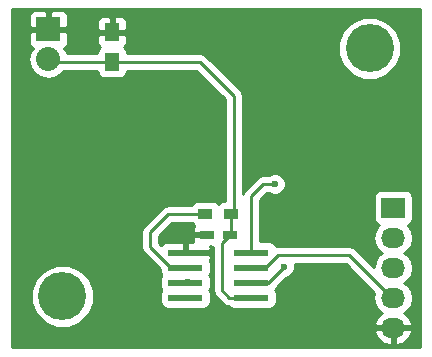
<source format=gbl>
G04 #@! TF.FileFunction,Copper,L2,Bot,Signal*
%FSLAX46Y46*%
G04 Gerber Fmt 4.6, Leading zero omitted, Abs format (unit mm)*
G04 Created by KiCad (PCBNEW (2015-10-28 BZR 6285)-product) date Saturday, November 07, 2015 'PMt' 07:34:48 PM*
%MOMM*%
G01*
G04 APERTURE LIST*
%ADD10C,0.100000*%
%ADD11R,1.250000X1.500000*%
%ADD12R,1.200000X0.750000*%
%ADD13R,3.000000X0.599440*%
%ADD14R,2.032000X1.727200*%
%ADD15O,2.032000X1.727200*%
%ADD16R,1.200000X0.900000*%
%ADD17C,4.064000*%
%ADD18R,2.032000X2.032000*%
%ADD19O,2.032000X2.032000*%
%ADD20C,0.600000*%
%ADD21C,0.250000*%
%ADD22C,0.254000*%
G04 APERTURE END LIST*
D10*
D11*
X109200000Y-105150000D03*
X109200000Y-102650000D03*
D12*
X119150000Y-119800000D03*
X117250000Y-119800000D03*
D13*
X115406000Y-125105000D03*
X115406000Y-123835000D03*
X115406000Y-122565000D03*
X115406000Y-121295000D03*
X120994000Y-121295000D03*
X120994000Y-122565000D03*
X120994000Y-123835000D03*
X120994000Y-125105000D03*
D14*
X133000000Y-117500000D03*
D15*
X133000000Y-120040000D03*
X133000000Y-122580000D03*
X133000000Y-125120000D03*
X133000000Y-127660000D03*
D16*
X119300000Y-118000000D03*
X117100000Y-118000000D03*
D17*
X131000000Y-104000000D03*
X105000000Y-125000000D03*
D18*
X103800000Y-102400000D03*
D19*
X103800000Y-104940000D03*
D20*
X109200000Y-102650000D03*
X121000000Y-115200000D03*
X113000000Y-114950000D03*
X117250000Y-119800000D03*
X115406000Y-121295000D03*
X115600000Y-123800000D03*
X117000000Y-118000000D03*
X123000000Y-115500000D03*
X123750000Y-122500000D03*
D21*
X119150000Y-119800000D02*
X119150000Y-119850000D01*
X119150000Y-119850000D02*
X118500000Y-120500000D01*
X119105000Y-125105000D02*
X120994000Y-125105000D01*
X118500000Y-124500000D02*
X119105000Y-125105000D01*
X118500000Y-120500000D02*
X118500000Y-124500000D01*
X119300000Y-118000000D02*
X119300000Y-119650000D01*
X119300000Y-119650000D02*
X119150000Y-119800000D01*
X109200000Y-105150000D02*
X116650000Y-105150000D01*
X119500000Y-108000000D02*
X119500000Y-117800000D01*
X116650000Y-105150000D02*
X119500000Y-108000000D01*
X119500000Y-117800000D02*
X119300000Y-118000000D01*
X103900000Y-105140000D02*
X109190000Y-105140000D01*
X109190000Y-105140000D02*
X109200000Y-105150000D01*
X113000000Y-114950000D02*
X113000000Y-115000000D01*
X115600000Y-123800000D02*
X115506000Y-123885000D01*
X115406000Y-122565000D02*
X114183000Y-122565000D01*
X114183000Y-122565000D02*
X112446000Y-120828000D01*
X113970000Y-118034000D02*
X117066000Y-118034000D01*
X112446000Y-119558000D02*
X113970000Y-118034000D01*
X112446000Y-120828000D02*
X112446000Y-119558000D01*
X117066000Y-118034000D02*
X117100000Y-118000000D01*
X115406000Y-122565000D02*
X114065000Y-122565000D01*
X117000000Y-118000000D02*
X117100000Y-118000000D01*
X120994000Y-121295000D02*
X120994000Y-116506000D01*
X122000000Y-115500000D02*
X123000000Y-115500000D01*
X120994000Y-116506000D02*
X122000000Y-115500000D01*
X120994000Y-122565000D02*
X122185000Y-122565000D01*
X129280000Y-121500000D02*
X132900000Y-125120000D01*
X123250000Y-121500000D02*
X129280000Y-121500000D01*
X122185000Y-122565000D02*
X123250000Y-121500000D01*
X122415000Y-123835000D02*
X120994000Y-123835000D01*
X123750000Y-122500000D02*
X122415000Y-123835000D01*
D22*
G36*
X135290000Y-129290000D02*
X100710000Y-129290000D01*
X100710000Y-128019026D01*
X131392642Y-128019026D01*
X131395291Y-128034791D01*
X131649268Y-128562036D01*
X132085680Y-128951954D01*
X132638087Y-129145184D01*
X132873000Y-129000924D01*
X132873000Y-127787000D01*
X133127000Y-127787000D01*
X133127000Y-129000924D01*
X133361913Y-129145184D01*
X133914320Y-128951954D01*
X134350732Y-128562036D01*
X134604709Y-128034791D01*
X134607358Y-128019026D01*
X134486217Y-127787000D01*
X133127000Y-127787000D01*
X132873000Y-127787000D01*
X131513783Y-127787000D01*
X131392642Y-128019026D01*
X100710000Y-128019026D01*
X100710000Y-125528172D01*
X102332538Y-125528172D01*
X102737709Y-126508761D01*
X103487293Y-127259655D01*
X104467173Y-127666536D01*
X105528172Y-127667462D01*
X106508761Y-127262291D01*
X107259655Y-126512707D01*
X107666536Y-125532827D01*
X107667462Y-124471828D01*
X107262291Y-123491239D01*
X106512707Y-122740345D01*
X105532827Y-122333464D01*
X104471828Y-122332538D01*
X103491239Y-122737709D01*
X102740345Y-123487293D01*
X102333464Y-124467173D01*
X102332538Y-125528172D01*
X100710000Y-125528172D01*
X100710000Y-104940000D01*
X102116655Y-104940000D01*
X102242330Y-105571810D01*
X102600222Y-106107433D01*
X103135845Y-106465325D01*
X103767655Y-106591000D01*
X103832345Y-106591000D01*
X104464155Y-106465325D01*
X104999778Y-106107433D01*
X105138380Y-105900000D01*
X107927560Y-105900000D01*
X107971838Y-106135317D01*
X108110910Y-106351441D01*
X108323110Y-106496431D01*
X108575000Y-106547440D01*
X109825000Y-106547440D01*
X110060317Y-106503162D01*
X110276441Y-106364090D01*
X110421431Y-106151890D01*
X110470415Y-105910000D01*
X116335198Y-105910000D01*
X118740000Y-108314802D01*
X118740000Y-116902560D01*
X118700000Y-116902560D01*
X118464683Y-116946838D01*
X118248559Y-117085910D01*
X118200866Y-117155711D01*
X118164090Y-117098559D01*
X117951890Y-116953569D01*
X117700000Y-116902560D01*
X116500000Y-116902560D01*
X116264683Y-116946838D01*
X116048559Y-117085910D01*
X115920043Y-117274000D01*
X113970000Y-117274000D01*
X113765475Y-117314683D01*
X113679160Y-117331852D01*
X113432599Y-117496599D01*
X111908599Y-119020599D01*
X111743852Y-119267161D01*
X111686000Y-119558000D01*
X111686000Y-120828000D01*
X111743852Y-121118839D01*
X111908599Y-121365401D01*
X113258560Y-122715362D01*
X113258560Y-122864720D01*
X113302838Y-123100037D01*
X113366864Y-123199536D01*
X113309569Y-123283390D01*
X113258560Y-123535280D01*
X113258560Y-124134720D01*
X113302838Y-124370037D01*
X113366864Y-124469536D01*
X113309569Y-124553390D01*
X113258560Y-124805280D01*
X113258560Y-125404720D01*
X113302838Y-125640037D01*
X113441910Y-125856161D01*
X113654110Y-126001151D01*
X113906000Y-126052160D01*
X116906000Y-126052160D01*
X117141317Y-126007882D01*
X117357441Y-125868810D01*
X117502431Y-125656610D01*
X117553440Y-125404720D01*
X117553440Y-124805280D01*
X117509162Y-124569963D01*
X117445136Y-124470464D01*
X117502431Y-124386610D01*
X117553440Y-124134720D01*
X117553440Y-123535280D01*
X117509162Y-123299963D01*
X117445136Y-123200464D01*
X117502431Y-123116610D01*
X117553440Y-122864720D01*
X117553440Y-122265280D01*
X117509162Y-122029963D01*
X117450680Y-121939080D01*
X117541000Y-121721029D01*
X117541000Y-121580750D01*
X117382250Y-121422000D01*
X115533000Y-121422000D01*
X115533000Y-121442000D01*
X115279000Y-121442000D01*
X115279000Y-121422000D01*
X115259000Y-121422000D01*
X115259000Y-121168000D01*
X115279000Y-121168000D01*
X115279000Y-120519030D01*
X115120250Y-120360280D01*
X113779690Y-120360280D01*
X113546301Y-120456953D01*
X113367673Y-120635582D01*
X113356166Y-120663364D01*
X113206000Y-120513198D01*
X113206000Y-119872802D01*
X114284802Y-118794000D01*
X115966774Y-118794000D01*
X116035910Y-118901441D01*
X116178266Y-118998709D01*
X116111673Y-119065301D01*
X116015000Y-119298690D01*
X116015000Y-119514250D01*
X116173750Y-119673000D01*
X117123000Y-119673000D01*
X117123000Y-119653000D01*
X117377000Y-119653000D01*
X117377000Y-119673000D01*
X117397000Y-119673000D01*
X117397000Y-119927000D01*
X117377000Y-119927000D01*
X117377000Y-119947000D01*
X117123000Y-119947000D01*
X117123000Y-119927000D01*
X116173750Y-119927000D01*
X116015000Y-120085750D01*
X116015000Y-120301310D01*
X116039426Y-120360280D01*
X115691750Y-120360280D01*
X115533000Y-120519030D01*
X115533000Y-121168000D01*
X117382250Y-121168000D01*
X117541000Y-121009250D01*
X117541000Y-120868971D01*
X117503013Y-120777263D01*
X117535750Y-120810000D01*
X117740000Y-120810000D01*
X117740000Y-124500000D01*
X117797852Y-124790839D01*
X117962599Y-125037401D01*
X118567599Y-125642401D01*
X118814160Y-125807148D01*
X119025410Y-125849169D01*
X119029910Y-125856161D01*
X119242110Y-126001151D01*
X119494000Y-126052160D01*
X122494000Y-126052160D01*
X122729317Y-126007882D01*
X122945441Y-125868810D01*
X123090431Y-125656610D01*
X123141440Y-125404720D01*
X123141440Y-124805280D01*
X123097162Y-124569963D01*
X123033136Y-124470464D01*
X123090431Y-124386610D01*
X123129089Y-124195713D01*
X123889680Y-123435122D01*
X123935167Y-123435162D01*
X124278943Y-123293117D01*
X124542192Y-123030327D01*
X124684838Y-122686799D01*
X124685162Y-122314833D01*
X124662506Y-122260000D01*
X128965198Y-122260000D01*
X131401028Y-124695830D01*
X131316655Y-125120000D01*
X131430729Y-125693489D01*
X131755585Y-126179670D01*
X132065069Y-126386461D01*
X131649268Y-126757964D01*
X131395291Y-127285209D01*
X131392642Y-127300974D01*
X131513783Y-127533000D01*
X132873000Y-127533000D01*
X132873000Y-127513000D01*
X133127000Y-127513000D01*
X133127000Y-127533000D01*
X134486217Y-127533000D01*
X134607358Y-127300974D01*
X134604709Y-127285209D01*
X134350732Y-126757964D01*
X133934931Y-126386461D01*
X134244415Y-126179670D01*
X134569271Y-125693489D01*
X134683345Y-125120000D01*
X134569271Y-124546511D01*
X134244415Y-124060330D01*
X133929634Y-123850000D01*
X134244415Y-123639670D01*
X134569271Y-123153489D01*
X134683345Y-122580000D01*
X134569271Y-122006511D01*
X134244415Y-121520330D01*
X133929634Y-121310000D01*
X134244415Y-121099670D01*
X134569271Y-120613489D01*
X134683345Y-120040000D01*
X134569271Y-119466511D01*
X134244415Y-118980330D01*
X134230087Y-118970757D01*
X134251317Y-118966762D01*
X134467441Y-118827690D01*
X134612431Y-118615490D01*
X134663440Y-118363600D01*
X134663440Y-116636400D01*
X134619162Y-116401083D01*
X134480090Y-116184959D01*
X134267890Y-116039969D01*
X134016000Y-115988960D01*
X131984000Y-115988960D01*
X131748683Y-116033238D01*
X131532559Y-116172310D01*
X131387569Y-116384510D01*
X131336560Y-116636400D01*
X131336560Y-118363600D01*
X131380838Y-118598917D01*
X131519910Y-118815041D01*
X131732110Y-118960031D01*
X131773439Y-118968400D01*
X131755585Y-118980330D01*
X131430729Y-119466511D01*
X131316655Y-120040000D01*
X131430729Y-120613489D01*
X131755585Y-121099670D01*
X132070366Y-121310000D01*
X131755585Y-121520330D01*
X131430729Y-122006511D01*
X131336257Y-122481455D01*
X129817401Y-120962599D01*
X129570839Y-120797852D01*
X129280000Y-120740000D01*
X123250000Y-120740000D01*
X123099055Y-120770025D01*
X123097162Y-120759963D01*
X122958090Y-120543839D01*
X122745890Y-120398849D01*
X122494000Y-120347840D01*
X121754000Y-120347840D01*
X121754000Y-116820802D01*
X122314802Y-116260000D01*
X122437537Y-116260000D01*
X122469673Y-116292192D01*
X122813201Y-116434838D01*
X123185167Y-116435162D01*
X123528943Y-116293117D01*
X123792192Y-116030327D01*
X123934838Y-115686799D01*
X123935162Y-115314833D01*
X123793117Y-114971057D01*
X123530327Y-114707808D01*
X123186799Y-114565162D01*
X122814833Y-114564838D01*
X122471057Y-114706883D01*
X122437882Y-114740000D01*
X122000000Y-114740000D01*
X121709161Y-114797852D01*
X121462599Y-114962599D01*
X120456599Y-115968599D01*
X120291852Y-116215161D01*
X120260000Y-116375290D01*
X120260000Y-108000000D01*
X120202148Y-107709161D01*
X120037401Y-107462599D01*
X117187401Y-104612599D01*
X117061047Y-104528172D01*
X128332538Y-104528172D01*
X128737709Y-105508761D01*
X129487293Y-106259655D01*
X130467173Y-106666536D01*
X131528172Y-106667462D01*
X132508761Y-106262291D01*
X133259655Y-105512707D01*
X133666536Y-104532827D01*
X133667462Y-103471828D01*
X133262291Y-102491239D01*
X132512707Y-101740345D01*
X131532827Y-101333464D01*
X130471828Y-101332538D01*
X129491239Y-101737709D01*
X128740345Y-102487293D01*
X128333464Y-103467173D01*
X128332538Y-104528172D01*
X117061047Y-104528172D01*
X116940839Y-104447852D01*
X116650000Y-104390000D01*
X110470558Y-104390000D01*
X110428162Y-104164683D01*
X110289090Y-103948559D01*
X110220994Y-103902031D01*
X110363327Y-103759698D01*
X110460000Y-103526309D01*
X110460000Y-102935750D01*
X110301250Y-102777000D01*
X109327000Y-102777000D01*
X109327000Y-102797000D01*
X109073000Y-102797000D01*
X109073000Y-102777000D01*
X108098750Y-102777000D01*
X107940000Y-102935750D01*
X107940000Y-103526309D01*
X108036673Y-103759698D01*
X108177910Y-103900936D01*
X108123559Y-103935910D01*
X107978569Y-104148110D01*
X107931610Y-104380000D01*
X105371954Y-104380000D01*
X105357670Y-104308190D01*
X105133034Y-103971999D01*
X105175698Y-103954327D01*
X105354327Y-103775699D01*
X105451000Y-103542310D01*
X105451000Y-102685750D01*
X105292250Y-102527000D01*
X103927000Y-102527000D01*
X103927000Y-102547000D01*
X103673000Y-102547000D01*
X103673000Y-102527000D01*
X102307750Y-102527000D01*
X102149000Y-102685750D01*
X102149000Y-103542310D01*
X102245673Y-103775699D01*
X102424302Y-103954327D01*
X102466966Y-103971999D01*
X102242330Y-104308190D01*
X102116655Y-104940000D01*
X100710000Y-104940000D01*
X100710000Y-101257690D01*
X102149000Y-101257690D01*
X102149000Y-102114250D01*
X102307750Y-102273000D01*
X103673000Y-102273000D01*
X103673000Y-100907750D01*
X103927000Y-100907750D01*
X103927000Y-102273000D01*
X105292250Y-102273000D01*
X105451000Y-102114250D01*
X105451000Y-101773691D01*
X107940000Y-101773691D01*
X107940000Y-102364250D01*
X108098750Y-102523000D01*
X109073000Y-102523000D01*
X109073000Y-101423750D01*
X109327000Y-101423750D01*
X109327000Y-102523000D01*
X110301250Y-102523000D01*
X110460000Y-102364250D01*
X110460000Y-101773691D01*
X110363327Y-101540302D01*
X110184699Y-101361673D01*
X109951310Y-101265000D01*
X109485750Y-101265000D01*
X109327000Y-101423750D01*
X109073000Y-101423750D01*
X108914250Y-101265000D01*
X108448690Y-101265000D01*
X108215301Y-101361673D01*
X108036673Y-101540302D01*
X107940000Y-101773691D01*
X105451000Y-101773691D01*
X105451000Y-101257690D01*
X105354327Y-101024301D01*
X105175698Y-100845673D01*
X104942309Y-100749000D01*
X104085750Y-100749000D01*
X103927000Y-100907750D01*
X103673000Y-100907750D01*
X103514250Y-100749000D01*
X102657691Y-100749000D01*
X102424302Y-100845673D01*
X102245673Y-101024301D01*
X102149000Y-101257690D01*
X100710000Y-101257690D01*
X100710000Y-100710000D01*
X135290000Y-100710000D01*
X135290000Y-129290000D01*
X135290000Y-129290000D01*
G37*
X135290000Y-129290000D02*
X100710000Y-129290000D01*
X100710000Y-128019026D01*
X131392642Y-128019026D01*
X131395291Y-128034791D01*
X131649268Y-128562036D01*
X132085680Y-128951954D01*
X132638087Y-129145184D01*
X132873000Y-129000924D01*
X132873000Y-127787000D01*
X133127000Y-127787000D01*
X133127000Y-129000924D01*
X133361913Y-129145184D01*
X133914320Y-128951954D01*
X134350732Y-128562036D01*
X134604709Y-128034791D01*
X134607358Y-128019026D01*
X134486217Y-127787000D01*
X133127000Y-127787000D01*
X132873000Y-127787000D01*
X131513783Y-127787000D01*
X131392642Y-128019026D01*
X100710000Y-128019026D01*
X100710000Y-125528172D01*
X102332538Y-125528172D01*
X102737709Y-126508761D01*
X103487293Y-127259655D01*
X104467173Y-127666536D01*
X105528172Y-127667462D01*
X106508761Y-127262291D01*
X107259655Y-126512707D01*
X107666536Y-125532827D01*
X107667462Y-124471828D01*
X107262291Y-123491239D01*
X106512707Y-122740345D01*
X105532827Y-122333464D01*
X104471828Y-122332538D01*
X103491239Y-122737709D01*
X102740345Y-123487293D01*
X102333464Y-124467173D01*
X102332538Y-125528172D01*
X100710000Y-125528172D01*
X100710000Y-104940000D01*
X102116655Y-104940000D01*
X102242330Y-105571810D01*
X102600222Y-106107433D01*
X103135845Y-106465325D01*
X103767655Y-106591000D01*
X103832345Y-106591000D01*
X104464155Y-106465325D01*
X104999778Y-106107433D01*
X105138380Y-105900000D01*
X107927560Y-105900000D01*
X107971838Y-106135317D01*
X108110910Y-106351441D01*
X108323110Y-106496431D01*
X108575000Y-106547440D01*
X109825000Y-106547440D01*
X110060317Y-106503162D01*
X110276441Y-106364090D01*
X110421431Y-106151890D01*
X110470415Y-105910000D01*
X116335198Y-105910000D01*
X118740000Y-108314802D01*
X118740000Y-116902560D01*
X118700000Y-116902560D01*
X118464683Y-116946838D01*
X118248559Y-117085910D01*
X118200866Y-117155711D01*
X118164090Y-117098559D01*
X117951890Y-116953569D01*
X117700000Y-116902560D01*
X116500000Y-116902560D01*
X116264683Y-116946838D01*
X116048559Y-117085910D01*
X115920043Y-117274000D01*
X113970000Y-117274000D01*
X113765475Y-117314683D01*
X113679160Y-117331852D01*
X113432599Y-117496599D01*
X111908599Y-119020599D01*
X111743852Y-119267161D01*
X111686000Y-119558000D01*
X111686000Y-120828000D01*
X111743852Y-121118839D01*
X111908599Y-121365401D01*
X113258560Y-122715362D01*
X113258560Y-122864720D01*
X113302838Y-123100037D01*
X113366864Y-123199536D01*
X113309569Y-123283390D01*
X113258560Y-123535280D01*
X113258560Y-124134720D01*
X113302838Y-124370037D01*
X113366864Y-124469536D01*
X113309569Y-124553390D01*
X113258560Y-124805280D01*
X113258560Y-125404720D01*
X113302838Y-125640037D01*
X113441910Y-125856161D01*
X113654110Y-126001151D01*
X113906000Y-126052160D01*
X116906000Y-126052160D01*
X117141317Y-126007882D01*
X117357441Y-125868810D01*
X117502431Y-125656610D01*
X117553440Y-125404720D01*
X117553440Y-124805280D01*
X117509162Y-124569963D01*
X117445136Y-124470464D01*
X117502431Y-124386610D01*
X117553440Y-124134720D01*
X117553440Y-123535280D01*
X117509162Y-123299963D01*
X117445136Y-123200464D01*
X117502431Y-123116610D01*
X117553440Y-122864720D01*
X117553440Y-122265280D01*
X117509162Y-122029963D01*
X117450680Y-121939080D01*
X117541000Y-121721029D01*
X117541000Y-121580750D01*
X117382250Y-121422000D01*
X115533000Y-121422000D01*
X115533000Y-121442000D01*
X115279000Y-121442000D01*
X115279000Y-121422000D01*
X115259000Y-121422000D01*
X115259000Y-121168000D01*
X115279000Y-121168000D01*
X115279000Y-120519030D01*
X115120250Y-120360280D01*
X113779690Y-120360280D01*
X113546301Y-120456953D01*
X113367673Y-120635582D01*
X113356166Y-120663364D01*
X113206000Y-120513198D01*
X113206000Y-119872802D01*
X114284802Y-118794000D01*
X115966774Y-118794000D01*
X116035910Y-118901441D01*
X116178266Y-118998709D01*
X116111673Y-119065301D01*
X116015000Y-119298690D01*
X116015000Y-119514250D01*
X116173750Y-119673000D01*
X117123000Y-119673000D01*
X117123000Y-119653000D01*
X117377000Y-119653000D01*
X117377000Y-119673000D01*
X117397000Y-119673000D01*
X117397000Y-119927000D01*
X117377000Y-119927000D01*
X117377000Y-119947000D01*
X117123000Y-119947000D01*
X117123000Y-119927000D01*
X116173750Y-119927000D01*
X116015000Y-120085750D01*
X116015000Y-120301310D01*
X116039426Y-120360280D01*
X115691750Y-120360280D01*
X115533000Y-120519030D01*
X115533000Y-121168000D01*
X117382250Y-121168000D01*
X117541000Y-121009250D01*
X117541000Y-120868971D01*
X117503013Y-120777263D01*
X117535750Y-120810000D01*
X117740000Y-120810000D01*
X117740000Y-124500000D01*
X117797852Y-124790839D01*
X117962599Y-125037401D01*
X118567599Y-125642401D01*
X118814160Y-125807148D01*
X119025410Y-125849169D01*
X119029910Y-125856161D01*
X119242110Y-126001151D01*
X119494000Y-126052160D01*
X122494000Y-126052160D01*
X122729317Y-126007882D01*
X122945441Y-125868810D01*
X123090431Y-125656610D01*
X123141440Y-125404720D01*
X123141440Y-124805280D01*
X123097162Y-124569963D01*
X123033136Y-124470464D01*
X123090431Y-124386610D01*
X123129089Y-124195713D01*
X123889680Y-123435122D01*
X123935167Y-123435162D01*
X124278943Y-123293117D01*
X124542192Y-123030327D01*
X124684838Y-122686799D01*
X124685162Y-122314833D01*
X124662506Y-122260000D01*
X128965198Y-122260000D01*
X131401028Y-124695830D01*
X131316655Y-125120000D01*
X131430729Y-125693489D01*
X131755585Y-126179670D01*
X132065069Y-126386461D01*
X131649268Y-126757964D01*
X131395291Y-127285209D01*
X131392642Y-127300974D01*
X131513783Y-127533000D01*
X132873000Y-127533000D01*
X132873000Y-127513000D01*
X133127000Y-127513000D01*
X133127000Y-127533000D01*
X134486217Y-127533000D01*
X134607358Y-127300974D01*
X134604709Y-127285209D01*
X134350732Y-126757964D01*
X133934931Y-126386461D01*
X134244415Y-126179670D01*
X134569271Y-125693489D01*
X134683345Y-125120000D01*
X134569271Y-124546511D01*
X134244415Y-124060330D01*
X133929634Y-123850000D01*
X134244415Y-123639670D01*
X134569271Y-123153489D01*
X134683345Y-122580000D01*
X134569271Y-122006511D01*
X134244415Y-121520330D01*
X133929634Y-121310000D01*
X134244415Y-121099670D01*
X134569271Y-120613489D01*
X134683345Y-120040000D01*
X134569271Y-119466511D01*
X134244415Y-118980330D01*
X134230087Y-118970757D01*
X134251317Y-118966762D01*
X134467441Y-118827690D01*
X134612431Y-118615490D01*
X134663440Y-118363600D01*
X134663440Y-116636400D01*
X134619162Y-116401083D01*
X134480090Y-116184959D01*
X134267890Y-116039969D01*
X134016000Y-115988960D01*
X131984000Y-115988960D01*
X131748683Y-116033238D01*
X131532559Y-116172310D01*
X131387569Y-116384510D01*
X131336560Y-116636400D01*
X131336560Y-118363600D01*
X131380838Y-118598917D01*
X131519910Y-118815041D01*
X131732110Y-118960031D01*
X131773439Y-118968400D01*
X131755585Y-118980330D01*
X131430729Y-119466511D01*
X131316655Y-120040000D01*
X131430729Y-120613489D01*
X131755585Y-121099670D01*
X132070366Y-121310000D01*
X131755585Y-121520330D01*
X131430729Y-122006511D01*
X131336257Y-122481455D01*
X129817401Y-120962599D01*
X129570839Y-120797852D01*
X129280000Y-120740000D01*
X123250000Y-120740000D01*
X123099055Y-120770025D01*
X123097162Y-120759963D01*
X122958090Y-120543839D01*
X122745890Y-120398849D01*
X122494000Y-120347840D01*
X121754000Y-120347840D01*
X121754000Y-116820802D01*
X122314802Y-116260000D01*
X122437537Y-116260000D01*
X122469673Y-116292192D01*
X122813201Y-116434838D01*
X123185167Y-116435162D01*
X123528943Y-116293117D01*
X123792192Y-116030327D01*
X123934838Y-115686799D01*
X123935162Y-115314833D01*
X123793117Y-114971057D01*
X123530327Y-114707808D01*
X123186799Y-114565162D01*
X122814833Y-114564838D01*
X122471057Y-114706883D01*
X122437882Y-114740000D01*
X122000000Y-114740000D01*
X121709161Y-114797852D01*
X121462599Y-114962599D01*
X120456599Y-115968599D01*
X120291852Y-116215161D01*
X120260000Y-116375290D01*
X120260000Y-108000000D01*
X120202148Y-107709161D01*
X120037401Y-107462599D01*
X117187401Y-104612599D01*
X117061047Y-104528172D01*
X128332538Y-104528172D01*
X128737709Y-105508761D01*
X129487293Y-106259655D01*
X130467173Y-106666536D01*
X131528172Y-106667462D01*
X132508761Y-106262291D01*
X133259655Y-105512707D01*
X133666536Y-104532827D01*
X133667462Y-103471828D01*
X133262291Y-102491239D01*
X132512707Y-101740345D01*
X131532827Y-101333464D01*
X130471828Y-101332538D01*
X129491239Y-101737709D01*
X128740345Y-102487293D01*
X128333464Y-103467173D01*
X128332538Y-104528172D01*
X117061047Y-104528172D01*
X116940839Y-104447852D01*
X116650000Y-104390000D01*
X110470558Y-104390000D01*
X110428162Y-104164683D01*
X110289090Y-103948559D01*
X110220994Y-103902031D01*
X110363327Y-103759698D01*
X110460000Y-103526309D01*
X110460000Y-102935750D01*
X110301250Y-102777000D01*
X109327000Y-102777000D01*
X109327000Y-102797000D01*
X109073000Y-102797000D01*
X109073000Y-102777000D01*
X108098750Y-102777000D01*
X107940000Y-102935750D01*
X107940000Y-103526309D01*
X108036673Y-103759698D01*
X108177910Y-103900936D01*
X108123559Y-103935910D01*
X107978569Y-104148110D01*
X107931610Y-104380000D01*
X105371954Y-104380000D01*
X105357670Y-104308190D01*
X105133034Y-103971999D01*
X105175698Y-103954327D01*
X105354327Y-103775699D01*
X105451000Y-103542310D01*
X105451000Y-102685750D01*
X105292250Y-102527000D01*
X103927000Y-102527000D01*
X103927000Y-102547000D01*
X103673000Y-102547000D01*
X103673000Y-102527000D01*
X102307750Y-102527000D01*
X102149000Y-102685750D01*
X102149000Y-103542310D01*
X102245673Y-103775699D01*
X102424302Y-103954327D01*
X102466966Y-103971999D01*
X102242330Y-104308190D01*
X102116655Y-104940000D01*
X100710000Y-104940000D01*
X100710000Y-101257690D01*
X102149000Y-101257690D01*
X102149000Y-102114250D01*
X102307750Y-102273000D01*
X103673000Y-102273000D01*
X103673000Y-100907750D01*
X103927000Y-100907750D01*
X103927000Y-102273000D01*
X105292250Y-102273000D01*
X105451000Y-102114250D01*
X105451000Y-101773691D01*
X107940000Y-101773691D01*
X107940000Y-102364250D01*
X108098750Y-102523000D01*
X109073000Y-102523000D01*
X109073000Y-101423750D01*
X109327000Y-101423750D01*
X109327000Y-102523000D01*
X110301250Y-102523000D01*
X110460000Y-102364250D01*
X110460000Y-101773691D01*
X110363327Y-101540302D01*
X110184699Y-101361673D01*
X109951310Y-101265000D01*
X109485750Y-101265000D01*
X109327000Y-101423750D01*
X109073000Y-101423750D01*
X108914250Y-101265000D01*
X108448690Y-101265000D01*
X108215301Y-101361673D01*
X108036673Y-101540302D01*
X107940000Y-101773691D01*
X105451000Y-101773691D01*
X105451000Y-101257690D01*
X105354327Y-101024301D01*
X105175698Y-100845673D01*
X104942309Y-100749000D01*
X104085750Y-100749000D01*
X103927000Y-100907750D01*
X103673000Y-100907750D01*
X103514250Y-100749000D01*
X102657691Y-100749000D01*
X102424302Y-100845673D01*
X102245673Y-101024301D01*
X102149000Y-101257690D01*
X100710000Y-101257690D01*
X100710000Y-100710000D01*
X135290000Y-100710000D01*
X135290000Y-129290000D01*
M02*

</source>
